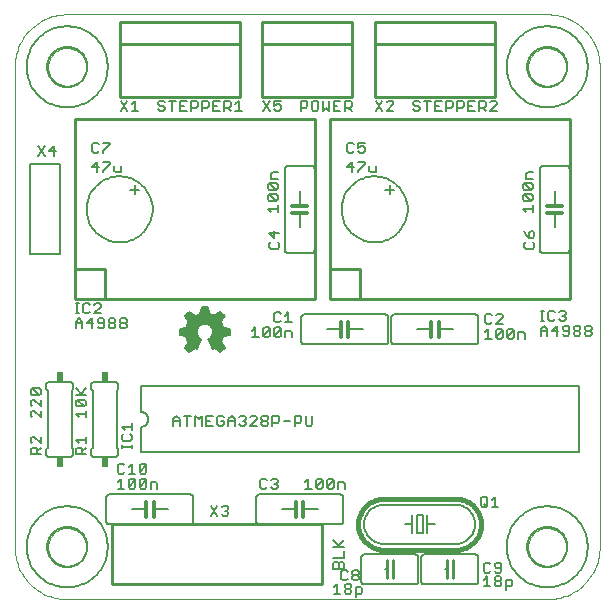
<source format=gto>
G75*
G70*
%OFA0B0*%
%FSLAX24Y24*%
%IPPOS*%
%LPD*%
%AMOC8*
5,1,8,0,0,1.08239X$1,22.5*
%
%ADD10C,0.0000*%
%ADD11C,0.0060*%
%ADD12C,0.0100*%
%ADD13C,0.0120*%
%ADD14R,0.0240X0.0340*%
%ADD15C,0.0160*%
%ADD16C,0.0080*%
%ADD17C,0.0050*%
D10*
X000665Y002415D02*
X000665Y018415D01*
X001785Y018415D02*
X001787Y018465D01*
X001793Y018515D01*
X001803Y018564D01*
X001817Y018612D01*
X001834Y018659D01*
X001855Y018704D01*
X001880Y018748D01*
X001908Y018789D01*
X001940Y018828D01*
X001974Y018865D01*
X002011Y018899D01*
X002051Y018929D01*
X002093Y018956D01*
X002137Y018980D01*
X002183Y019001D01*
X002230Y019017D01*
X002278Y019030D01*
X002328Y019039D01*
X002377Y019044D01*
X002428Y019045D01*
X002478Y019042D01*
X002527Y019035D01*
X002576Y019024D01*
X002624Y019009D01*
X002670Y018991D01*
X002715Y018969D01*
X002758Y018943D01*
X002799Y018914D01*
X002838Y018882D01*
X002874Y018847D01*
X002906Y018809D01*
X002936Y018769D01*
X002963Y018726D01*
X002986Y018682D01*
X003005Y018636D01*
X003021Y018588D01*
X003033Y018539D01*
X003041Y018490D01*
X003045Y018440D01*
X003045Y018390D01*
X003041Y018340D01*
X003033Y018291D01*
X003021Y018242D01*
X003005Y018194D01*
X002986Y018148D01*
X002963Y018104D01*
X002936Y018061D01*
X002906Y018021D01*
X002874Y017983D01*
X002838Y017948D01*
X002799Y017916D01*
X002758Y017887D01*
X002715Y017861D01*
X002670Y017839D01*
X002624Y017821D01*
X002576Y017806D01*
X002527Y017795D01*
X002478Y017788D01*
X002428Y017785D01*
X002377Y017786D01*
X002328Y017791D01*
X002278Y017800D01*
X002230Y017813D01*
X002183Y017829D01*
X002137Y017850D01*
X002093Y017874D01*
X002051Y017901D01*
X002011Y017931D01*
X001974Y017965D01*
X001940Y018002D01*
X001908Y018041D01*
X001880Y018082D01*
X001855Y018126D01*
X001834Y018171D01*
X001817Y018218D01*
X001803Y018266D01*
X001793Y018315D01*
X001787Y018365D01*
X001785Y018415D01*
X000665Y018415D02*
X000667Y018498D01*
X000673Y018581D01*
X000683Y018664D01*
X000697Y018746D01*
X000714Y018828D01*
X000736Y018908D01*
X000761Y018987D01*
X000790Y019065D01*
X000823Y019142D01*
X000860Y019217D01*
X000899Y019290D01*
X000943Y019361D01*
X000989Y019430D01*
X001039Y019497D01*
X001092Y019561D01*
X001148Y019623D01*
X001207Y019682D01*
X001269Y019738D01*
X001333Y019791D01*
X001400Y019841D01*
X001469Y019887D01*
X001540Y019931D01*
X001613Y019970D01*
X001688Y020007D01*
X001765Y020040D01*
X001843Y020069D01*
X001922Y020094D01*
X002002Y020116D01*
X002084Y020133D01*
X002166Y020147D01*
X002249Y020157D01*
X002332Y020163D01*
X002415Y020165D01*
X018415Y020165D01*
X017785Y018415D02*
X017787Y018465D01*
X017793Y018515D01*
X017803Y018564D01*
X017817Y018612D01*
X017834Y018659D01*
X017855Y018704D01*
X017880Y018748D01*
X017908Y018789D01*
X017940Y018828D01*
X017974Y018865D01*
X018011Y018899D01*
X018051Y018929D01*
X018093Y018956D01*
X018137Y018980D01*
X018183Y019001D01*
X018230Y019017D01*
X018278Y019030D01*
X018328Y019039D01*
X018377Y019044D01*
X018428Y019045D01*
X018478Y019042D01*
X018527Y019035D01*
X018576Y019024D01*
X018624Y019009D01*
X018670Y018991D01*
X018715Y018969D01*
X018758Y018943D01*
X018799Y018914D01*
X018838Y018882D01*
X018874Y018847D01*
X018906Y018809D01*
X018936Y018769D01*
X018963Y018726D01*
X018986Y018682D01*
X019005Y018636D01*
X019021Y018588D01*
X019033Y018539D01*
X019041Y018490D01*
X019045Y018440D01*
X019045Y018390D01*
X019041Y018340D01*
X019033Y018291D01*
X019021Y018242D01*
X019005Y018194D01*
X018986Y018148D01*
X018963Y018104D01*
X018936Y018061D01*
X018906Y018021D01*
X018874Y017983D01*
X018838Y017948D01*
X018799Y017916D01*
X018758Y017887D01*
X018715Y017861D01*
X018670Y017839D01*
X018624Y017821D01*
X018576Y017806D01*
X018527Y017795D01*
X018478Y017788D01*
X018428Y017785D01*
X018377Y017786D01*
X018328Y017791D01*
X018278Y017800D01*
X018230Y017813D01*
X018183Y017829D01*
X018137Y017850D01*
X018093Y017874D01*
X018051Y017901D01*
X018011Y017931D01*
X017974Y017965D01*
X017940Y018002D01*
X017908Y018041D01*
X017880Y018082D01*
X017855Y018126D01*
X017834Y018171D01*
X017817Y018218D01*
X017803Y018266D01*
X017793Y018315D01*
X017787Y018365D01*
X017785Y018415D01*
X018415Y020165D02*
X018498Y020163D01*
X018581Y020157D01*
X018664Y020147D01*
X018746Y020133D01*
X018828Y020116D01*
X018908Y020094D01*
X018987Y020069D01*
X019065Y020040D01*
X019142Y020007D01*
X019217Y019970D01*
X019290Y019931D01*
X019361Y019887D01*
X019430Y019841D01*
X019497Y019791D01*
X019561Y019738D01*
X019623Y019682D01*
X019682Y019623D01*
X019738Y019561D01*
X019791Y019497D01*
X019841Y019430D01*
X019887Y019361D01*
X019931Y019290D01*
X019970Y019217D01*
X020007Y019142D01*
X020040Y019065D01*
X020069Y018987D01*
X020094Y018908D01*
X020116Y018828D01*
X020133Y018746D01*
X020147Y018664D01*
X020157Y018581D01*
X020163Y018498D01*
X020165Y018415D01*
X020165Y002415D01*
X017785Y002415D02*
X017787Y002465D01*
X017793Y002515D01*
X017803Y002564D01*
X017817Y002612D01*
X017834Y002659D01*
X017855Y002704D01*
X017880Y002748D01*
X017908Y002789D01*
X017940Y002828D01*
X017974Y002865D01*
X018011Y002899D01*
X018051Y002929D01*
X018093Y002956D01*
X018137Y002980D01*
X018183Y003001D01*
X018230Y003017D01*
X018278Y003030D01*
X018328Y003039D01*
X018377Y003044D01*
X018428Y003045D01*
X018478Y003042D01*
X018527Y003035D01*
X018576Y003024D01*
X018624Y003009D01*
X018670Y002991D01*
X018715Y002969D01*
X018758Y002943D01*
X018799Y002914D01*
X018838Y002882D01*
X018874Y002847D01*
X018906Y002809D01*
X018936Y002769D01*
X018963Y002726D01*
X018986Y002682D01*
X019005Y002636D01*
X019021Y002588D01*
X019033Y002539D01*
X019041Y002490D01*
X019045Y002440D01*
X019045Y002390D01*
X019041Y002340D01*
X019033Y002291D01*
X019021Y002242D01*
X019005Y002194D01*
X018986Y002148D01*
X018963Y002104D01*
X018936Y002061D01*
X018906Y002021D01*
X018874Y001983D01*
X018838Y001948D01*
X018799Y001916D01*
X018758Y001887D01*
X018715Y001861D01*
X018670Y001839D01*
X018624Y001821D01*
X018576Y001806D01*
X018527Y001795D01*
X018478Y001788D01*
X018428Y001785D01*
X018377Y001786D01*
X018328Y001791D01*
X018278Y001800D01*
X018230Y001813D01*
X018183Y001829D01*
X018137Y001850D01*
X018093Y001874D01*
X018051Y001901D01*
X018011Y001931D01*
X017974Y001965D01*
X017940Y002002D01*
X017908Y002041D01*
X017880Y002082D01*
X017855Y002126D01*
X017834Y002171D01*
X017817Y002218D01*
X017803Y002266D01*
X017793Y002315D01*
X017787Y002365D01*
X017785Y002415D01*
X018415Y000665D02*
X018498Y000667D01*
X018581Y000673D01*
X018664Y000683D01*
X018746Y000697D01*
X018828Y000714D01*
X018908Y000736D01*
X018987Y000761D01*
X019065Y000790D01*
X019142Y000823D01*
X019217Y000860D01*
X019290Y000899D01*
X019361Y000943D01*
X019430Y000989D01*
X019497Y001039D01*
X019561Y001092D01*
X019623Y001148D01*
X019682Y001207D01*
X019738Y001269D01*
X019791Y001333D01*
X019841Y001400D01*
X019887Y001469D01*
X019931Y001540D01*
X019970Y001613D01*
X020007Y001688D01*
X020040Y001765D01*
X020069Y001843D01*
X020094Y001922D01*
X020116Y002002D01*
X020133Y002084D01*
X020147Y002166D01*
X020157Y002249D01*
X020163Y002332D01*
X020165Y002415D01*
X018415Y000665D02*
X002415Y000665D01*
X001785Y002415D02*
X001787Y002465D01*
X001793Y002515D01*
X001803Y002564D01*
X001817Y002612D01*
X001834Y002659D01*
X001855Y002704D01*
X001880Y002748D01*
X001908Y002789D01*
X001940Y002828D01*
X001974Y002865D01*
X002011Y002899D01*
X002051Y002929D01*
X002093Y002956D01*
X002137Y002980D01*
X002183Y003001D01*
X002230Y003017D01*
X002278Y003030D01*
X002328Y003039D01*
X002377Y003044D01*
X002428Y003045D01*
X002478Y003042D01*
X002527Y003035D01*
X002576Y003024D01*
X002624Y003009D01*
X002670Y002991D01*
X002715Y002969D01*
X002758Y002943D01*
X002799Y002914D01*
X002838Y002882D01*
X002874Y002847D01*
X002906Y002809D01*
X002936Y002769D01*
X002963Y002726D01*
X002986Y002682D01*
X003005Y002636D01*
X003021Y002588D01*
X003033Y002539D01*
X003041Y002490D01*
X003045Y002440D01*
X003045Y002390D01*
X003041Y002340D01*
X003033Y002291D01*
X003021Y002242D01*
X003005Y002194D01*
X002986Y002148D01*
X002963Y002104D01*
X002936Y002061D01*
X002906Y002021D01*
X002874Y001983D01*
X002838Y001948D01*
X002799Y001916D01*
X002758Y001887D01*
X002715Y001861D01*
X002670Y001839D01*
X002624Y001821D01*
X002576Y001806D01*
X002527Y001795D01*
X002478Y001788D01*
X002428Y001785D01*
X002377Y001786D01*
X002328Y001791D01*
X002278Y001800D01*
X002230Y001813D01*
X002183Y001829D01*
X002137Y001850D01*
X002093Y001874D01*
X002051Y001901D01*
X002011Y001931D01*
X001974Y001965D01*
X001940Y002002D01*
X001908Y002041D01*
X001880Y002082D01*
X001855Y002126D01*
X001834Y002171D01*
X001817Y002218D01*
X001803Y002266D01*
X001793Y002315D01*
X001787Y002365D01*
X001785Y002415D01*
X000665Y002415D02*
X000667Y002332D01*
X000673Y002249D01*
X000683Y002166D01*
X000697Y002084D01*
X000714Y002002D01*
X000736Y001922D01*
X000761Y001843D01*
X000790Y001765D01*
X000823Y001688D01*
X000860Y001613D01*
X000899Y001540D01*
X000943Y001469D01*
X000989Y001400D01*
X001039Y001333D01*
X001092Y001269D01*
X001148Y001207D01*
X001207Y001148D01*
X001269Y001092D01*
X001333Y001039D01*
X001400Y000989D01*
X001469Y000943D01*
X001540Y000899D01*
X001613Y000860D01*
X001688Y000823D01*
X001765Y000790D01*
X001843Y000761D01*
X001922Y000736D01*
X002002Y000714D01*
X002084Y000697D01*
X002166Y000683D01*
X002249Y000673D01*
X002332Y000667D01*
X002415Y000665D01*
D11*
X001065Y002415D02*
X001067Y002488D01*
X001073Y002561D01*
X001083Y002633D01*
X001097Y002705D01*
X001114Y002776D01*
X001136Y002846D01*
X001161Y002915D01*
X001190Y002982D01*
X001222Y003047D01*
X001258Y003111D01*
X001298Y003173D01*
X001340Y003232D01*
X001386Y003289D01*
X001435Y003343D01*
X001487Y003395D01*
X001541Y003444D01*
X001598Y003490D01*
X001657Y003532D01*
X001719Y003572D01*
X001783Y003608D01*
X001848Y003640D01*
X001915Y003669D01*
X001984Y003694D01*
X002054Y003716D01*
X002125Y003733D01*
X002197Y003747D01*
X002269Y003757D01*
X002342Y003763D01*
X002415Y003765D01*
X002488Y003763D01*
X002561Y003757D01*
X002633Y003747D01*
X002705Y003733D01*
X002776Y003716D01*
X002846Y003694D01*
X002915Y003669D01*
X002982Y003640D01*
X003047Y003608D01*
X003111Y003572D01*
X003173Y003532D01*
X003232Y003490D01*
X003289Y003444D01*
X003343Y003395D01*
X003395Y003343D01*
X003444Y003289D01*
X003490Y003232D01*
X003532Y003173D01*
X003572Y003111D01*
X003608Y003047D01*
X003640Y002982D01*
X003669Y002915D01*
X003694Y002846D01*
X003716Y002776D01*
X003733Y002705D01*
X003747Y002633D01*
X003757Y002561D01*
X003763Y002488D01*
X003765Y002415D01*
X003763Y002342D01*
X003757Y002269D01*
X003747Y002197D01*
X003733Y002125D01*
X003716Y002054D01*
X003694Y001984D01*
X003669Y001915D01*
X003640Y001848D01*
X003608Y001783D01*
X003572Y001719D01*
X003532Y001657D01*
X003490Y001598D01*
X003444Y001541D01*
X003395Y001487D01*
X003343Y001435D01*
X003289Y001386D01*
X003232Y001340D01*
X003173Y001298D01*
X003111Y001258D01*
X003047Y001222D01*
X002982Y001190D01*
X002915Y001161D01*
X002846Y001136D01*
X002776Y001114D01*
X002705Y001097D01*
X002633Y001083D01*
X002561Y001073D01*
X002488Y001067D01*
X002415Y001065D01*
X002342Y001067D01*
X002269Y001073D01*
X002197Y001083D01*
X002125Y001097D01*
X002054Y001114D01*
X001984Y001136D01*
X001915Y001161D01*
X001848Y001190D01*
X001783Y001222D01*
X001719Y001258D01*
X001657Y001298D01*
X001598Y001340D01*
X001541Y001386D01*
X001487Y001435D01*
X001435Y001487D01*
X001386Y001541D01*
X001340Y001598D01*
X001298Y001657D01*
X001258Y001719D01*
X001222Y001783D01*
X001190Y001848D01*
X001161Y001915D01*
X001136Y001984D01*
X001114Y002054D01*
X001097Y002125D01*
X001083Y002197D01*
X001073Y002269D01*
X001067Y002342D01*
X001065Y002415D01*
X003715Y003265D02*
X003715Y004065D01*
X003717Y004082D01*
X003721Y004099D01*
X003728Y004115D01*
X003738Y004129D01*
X003751Y004142D01*
X003765Y004152D01*
X003781Y004159D01*
X003798Y004163D01*
X003815Y004165D01*
X006515Y004165D01*
X006532Y004163D01*
X006549Y004159D01*
X006565Y004152D01*
X006579Y004142D01*
X006592Y004129D01*
X006602Y004115D01*
X006609Y004099D01*
X006613Y004082D01*
X006615Y004065D01*
X006615Y003265D01*
X006613Y003248D01*
X006609Y003231D01*
X006602Y003215D01*
X006592Y003201D01*
X006579Y003188D01*
X006565Y003178D01*
X006549Y003171D01*
X006532Y003167D01*
X006515Y003165D01*
X003815Y003165D01*
X003798Y003167D01*
X003781Y003171D01*
X003765Y003178D01*
X003751Y003188D01*
X003738Y003201D01*
X003728Y003215D01*
X003721Y003231D01*
X003717Y003248D01*
X003715Y003265D01*
X004565Y003665D02*
X005045Y003665D01*
X005295Y003665D02*
X005765Y003665D01*
X005427Y004345D02*
X005427Y004515D01*
X005370Y004572D01*
X005200Y004572D01*
X005200Y004345D01*
X005059Y004402D02*
X005002Y004345D01*
X004889Y004345D01*
X004832Y004402D01*
X005059Y004629D01*
X005059Y004402D01*
X005059Y004629D02*
X005002Y004685D01*
X004889Y004685D01*
X004832Y004629D01*
X004832Y004402D01*
X004690Y004402D02*
X004634Y004345D01*
X004520Y004345D01*
X004464Y004402D01*
X004690Y004629D01*
X004690Y004402D01*
X004464Y004402D02*
X004464Y004629D01*
X004520Y004685D01*
X004634Y004685D01*
X004690Y004629D01*
X004690Y004845D02*
X004464Y004845D01*
X004577Y004845D02*
X004577Y005185D01*
X004464Y005072D01*
X004322Y005129D02*
X004265Y005185D01*
X004152Y005185D01*
X004095Y005129D01*
X004095Y004902D01*
X004152Y004845D01*
X004265Y004845D01*
X004322Y004902D01*
X004209Y004685D02*
X004209Y004345D01*
X004322Y004345D02*
X004095Y004345D01*
X004095Y004572D02*
X004209Y004685D01*
X004832Y004902D02*
X005059Y005129D01*
X005059Y004902D01*
X005002Y004845D01*
X004889Y004845D01*
X004832Y004902D01*
X004832Y005129D01*
X004889Y005185D01*
X005002Y005185D01*
X005059Y005129D01*
X004865Y005565D02*
X019465Y005565D01*
X019465Y007765D01*
X004865Y007765D01*
X004865Y006915D01*
X004895Y006913D01*
X004925Y006908D01*
X004954Y006899D01*
X004981Y006886D01*
X005007Y006871D01*
X005031Y006852D01*
X005052Y006831D01*
X005071Y006807D01*
X005086Y006781D01*
X005099Y006754D01*
X005108Y006725D01*
X005113Y006695D01*
X005115Y006665D01*
X005113Y006635D01*
X005108Y006605D01*
X005099Y006576D01*
X005086Y006549D01*
X005071Y006523D01*
X005052Y006499D01*
X005031Y006478D01*
X005007Y006459D01*
X004981Y006444D01*
X004954Y006431D01*
X004925Y006422D01*
X004895Y006417D01*
X004865Y006415D01*
X004865Y005565D01*
X004575Y005695D02*
X004575Y005809D01*
X004575Y005752D02*
X004235Y005752D01*
X004235Y005695D02*
X004235Y005809D01*
X004292Y005941D02*
X004519Y005941D01*
X004575Y005997D01*
X004575Y006111D01*
X004519Y006168D01*
X004575Y006309D02*
X004575Y006536D01*
X004575Y006422D02*
X004235Y006422D01*
X004348Y006309D01*
X004292Y006168D02*
X004235Y006111D01*
X004235Y005997D01*
X004292Y005941D01*
X004065Y005715D02*
X004065Y007615D01*
X004115Y007665D01*
X004115Y007815D01*
X004113Y007832D01*
X004109Y007849D01*
X004102Y007865D01*
X004092Y007879D01*
X004079Y007892D01*
X004065Y007902D01*
X004049Y007909D01*
X004032Y007913D01*
X004015Y007915D01*
X003315Y007915D01*
X003298Y007913D01*
X003281Y007909D01*
X003265Y007902D01*
X003251Y007892D01*
X003238Y007879D01*
X003228Y007865D01*
X003221Y007849D01*
X003217Y007832D01*
X003215Y007815D01*
X003215Y007665D01*
X003265Y007615D01*
X003265Y005715D01*
X003215Y005665D01*
X003215Y005515D01*
X003217Y005498D01*
X003221Y005481D01*
X003228Y005465D01*
X003238Y005451D01*
X003251Y005438D01*
X003265Y005428D01*
X003281Y005421D01*
X003298Y005417D01*
X003315Y005415D01*
X004015Y005415D01*
X004032Y005417D01*
X004049Y005421D01*
X004065Y005428D01*
X004079Y005438D01*
X004092Y005451D01*
X004102Y005465D01*
X004109Y005481D01*
X004113Y005498D01*
X004115Y005515D01*
X004115Y005665D01*
X004065Y005715D01*
X003035Y005722D02*
X002922Y005609D01*
X002922Y005665D02*
X002922Y005495D01*
X003035Y005495D02*
X002695Y005495D01*
X002695Y005665D01*
X002752Y005722D01*
X002865Y005722D01*
X002922Y005665D01*
X003035Y005864D02*
X003035Y006090D01*
X003035Y005977D02*
X002695Y005977D01*
X002808Y005864D01*
X002615Y005665D02*
X002565Y005715D01*
X002565Y007615D01*
X002615Y007665D01*
X002615Y007815D01*
X002613Y007832D01*
X002609Y007849D01*
X002602Y007865D01*
X002592Y007879D01*
X002579Y007892D01*
X002565Y007902D01*
X002549Y007909D01*
X002532Y007913D01*
X002515Y007915D01*
X001815Y007915D01*
X001798Y007913D01*
X001781Y007909D01*
X001765Y007902D01*
X001751Y007892D01*
X001738Y007879D01*
X001728Y007865D01*
X001721Y007849D01*
X001717Y007832D01*
X001715Y007815D01*
X001715Y007665D01*
X001765Y007615D01*
X001765Y005715D01*
X001715Y005665D01*
X001715Y005515D01*
X001717Y005498D01*
X001721Y005481D01*
X001728Y005465D01*
X001738Y005451D01*
X001751Y005438D01*
X001765Y005428D01*
X001781Y005421D01*
X001798Y005417D01*
X001815Y005415D01*
X002515Y005415D01*
X002532Y005417D01*
X002549Y005421D01*
X002565Y005428D01*
X002579Y005438D01*
X002592Y005451D01*
X002602Y005465D01*
X002609Y005481D01*
X002613Y005498D01*
X002615Y005515D01*
X002615Y005665D01*
X001535Y005722D02*
X001422Y005609D01*
X001422Y005665D02*
X001422Y005495D01*
X001535Y005495D02*
X001195Y005495D01*
X001195Y005665D01*
X001252Y005722D01*
X001365Y005722D01*
X001422Y005665D01*
X001535Y005864D02*
X001308Y006090D01*
X001252Y006090D01*
X001195Y006034D01*
X001195Y005920D01*
X001252Y005864D01*
X001535Y005864D02*
X001535Y006090D01*
X001535Y006730D02*
X001308Y006957D01*
X001252Y006957D01*
X001195Y006900D01*
X001195Y006787D01*
X001252Y006730D01*
X001535Y006730D02*
X001535Y006957D01*
X001535Y007099D02*
X001308Y007325D01*
X001252Y007325D01*
X001195Y007269D01*
X001195Y007155D01*
X001252Y007099D01*
X001535Y007099D02*
X001535Y007325D01*
X001479Y007467D02*
X001252Y007694D01*
X001479Y007694D01*
X001535Y007637D01*
X001535Y007524D01*
X001479Y007467D01*
X001252Y007467D01*
X001195Y007524D01*
X001195Y007637D01*
X001252Y007694D01*
X002695Y007694D02*
X002922Y007467D01*
X002865Y007524D02*
X003035Y007694D01*
X003035Y007467D02*
X002695Y007467D01*
X002752Y007325D02*
X002695Y007269D01*
X002695Y007155D01*
X002752Y007099D01*
X002979Y007099D01*
X002752Y007325D01*
X002979Y007325D01*
X003035Y007269D01*
X003035Y007155D01*
X002979Y007099D01*
X003035Y006957D02*
X003035Y006730D01*
X003035Y006844D02*
X002695Y006844D01*
X002808Y006730D01*
X002695Y009695D02*
X002695Y009922D01*
X002809Y010035D01*
X002922Y009922D01*
X002922Y009695D01*
X002922Y009865D02*
X002695Y009865D01*
X002695Y010195D02*
X002809Y010195D01*
X002752Y010195D02*
X002752Y010535D01*
X002695Y010535D02*
X002809Y010535D01*
X002941Y010479D02*
X002941Y010252D01*
X002997Y010195D01*
X003111Y010195D01*
X003168Y010252D01*
X003309Y010195D02*
X003536Y010422D01*
X003536Y010479D01*
X003479Y010535D01*
X003366Y010535D01*
X003309Y010479D01*
X003168Y010479D02*
X003111Y010535D01*
X002997Y010535D01*
X002941Y010479D01*
X003309Y010195D02*
X003536Y010195D01*
X003489Y010035D02*
X003432Y009979D01*
X003432Y009922D01*
X003489Y009865D01*
X003659Y009865D01*
X003659Y009752D02*
X003659Y009979D01*
X003602Y010035D01*
X003489Y010035D01*
X003234Y010035D02*
X003064Y009865D01*
X003290Y009865D01*
X003234Y009695D02*
X003234Y010035D01*
X003432Y009752D02*
X003489Y009695D01*
X003602Y009695D01*
X003659Y009752D01*
X003800Y009752D02*
X003800Y009809D01*
X003857Y009865D01*
X003970Y009865D01*
X004027Y009809D01*
X004027Y009752D01*
X003970Y009695D01*
X003857Y009695D01*
X003800Y009752D01*
X003857Y009865D02*
X003800Y009922D01*
X003800Y009979D01*
X003857Y010035D01*
X003970Y010035D01*
X004027Y009979D01*
X004027Y009922D01*
X003970Y009865D01*
X004168Y009809D02*
X004168Y009752D01*
X004225Y009695D01*
X004339Y009695D01*
X004395Y009752D01*
X004395Y009809D01*
X004339Y009865D01*
X004225Y009865D01*
X004168Y009922D01*
X004168Y009979D01*
X004225Y010035D01*
X004339Y010035D01*
X004395Y009979D01*
X004395Y009922D01*
X004339Y009865D01*
X004225Y009865D02*
X004168Y009809D01*
X006165Y009675D02*
X006165Y009475D01*
X006385Y009435D01*
X006423Y009447D02*
X006715Y009447D01*
X006715Y009415D02*
X006865Y009315D01*
X006715Y009065D01*
X006665Y009065D01*
X006515Y008965D01*
X006415Y009065D01*
X006515Y009215D01*
X006415Y009465D01*
X006215Y009515D01*
X006215Y009665D01*
X006415Y009665D01*
X006515Y009915D01*
X007515Y009915D01*
X007615Y009665D01*
X007815Y009665D01*
X007815Y009515D01*
X007565Y009465D01*
X007515Y009215D01*
X007615Y009065D01*
X007515Y008965D01*
X007365Y009065D01*
X007265Y009015D01*
X007165Y009315D01*
X007315Y009515D01*
X007265Y009765D01*
X007065Y009865D01*
X006865Y009865D01*
X006715Y009715D01*
X006715Y009415D01*
X006756Y009388D02*
X006446Y009388D01*
X006469Y009330D02*
X006844Y009330D01*
X006885Y009335D02*
X006735Y008995D01*
X006665Y009035D01*
X006485Y008915D01*
X006345Y009055D01*
X006465Y009235D01*
X006493Y009271D02*
X006839Y009271D01*
X006804Y009213D02*
X006513Y009213D01*
X006474Y009154D02*
X006768Y009154D01*
X006733Y009095D02*
X006435Y009095D01*
X006444Y009037D02*
X006623Y009037D01*
X006535Y008978D02*
X006502Y008978D01*
X006715Y009505D02*
X006255Y009505D01*
X006215Y009564D02*
X006715Y009564D01*
X006715Y009622D02*
X006215Y009622D01*
X006165Y009675D02*
X006395Y009715D01*
X006421Y009681D02*
X006715Y009681D01*
X006739Y009739D02*
X006445Y009739D01*
X006468Y009798D02*
X006798Y009798D01*
X006856Y009856D02*
X006492Y009856D01*
X006475Y009905D02*
X006345Y010095D01*
X006485Y010235D01*
X006675Y010105D01*
X006640Y010091D02*
X006384Y010091D01*
X006365Y010115D02*
X006515Y010215D01*
X006665Y010065D01*
X006865Y010165D01*
X006915Y010365D01*
X007065Y010365D01*
X007115Y010165D01*
X007315Y010065D01*
X007515Y010215D01*
X007615Y010115D01*
X007515Y009915D01*
X007525Y009905D02*
X007665Y010095D01*
X007525Y010235D01*
X007325Y010105D01*
X007349Y010091D02*
X007603Y010091D01*
X007581Y010149D02*
X007427Y010149D01*
X007505Y010208D02*
X007523Y010208D01*
X007574Y010032D02*
X006428Y010032D01*
X006471Y009974D02*
X007544Y009974D01*
X007539Y009856D02*
X007083Y009856D01*
X007200Y009798D02*
X007562Y009798D01*
X007586Y009739D02*
X007270Y009739D01*
X007282Y009681D02*
X007609Y009681D01*
X007615Y009715D02*
X007835Y009675D01*
X007835Y009475D01*
X007615Y009435D01*
X007561Y009447D02*
X007264Y009447D01*
X007308Y009505D02*
X007765Y009505D01*
X007815Y009564D02*
X007306Y009564D01*
X007294Y009622D02*
X007815Y009622D01*
X007550Y009388D02*
X007220Y009388D01*
X007176Y009330D02*
X007538Y009330D01*
X007526Y009271D02*
X007180Y009271D01*
X007199Y009213D02*
X007517Y009213D01*
X007535Y009235D02*
X007665Y009055D01*
X007525Y008915D01*
X007345Y009035D01*
X007265Y008995D01*
X007125Y009335D01*
X007219Y009154D02*
X007556Y009154D01*
X007595Y009095D02*
X007238Y009095D01*
X007258Y009037D02*
X007309Y009037D01*
X007408Y009037D02*
X007587Y009037D01*
X007528Y008978D02*
X007495Y008978D01*
X007617Y009716D02*
X007605Y009756D01*
X007590Y009795D01*
X007572Y009833D01*
X007552Y009869D01*
X007530Y009904D01*
X007264Y010091D02*
X006716Y010091D01*
X006833Y010149D02*
X007147Y010149D01*
X007145Y010175D02*
X007095Y010415D01*
X006905Y010415D01*
X006855Y010175D01*
X006876Y010208D02*
X007105Y010208D01*
X007090Y010266D02*
X006890Y010266D01*
X006905Y010325D02*
X007075Y010325D01*
X006581Y010149D02*
X006416Y010149D01*
X006365Y010115D02*
X006515Y009915D01*
X006504Y010208D02*
X006523Y010208D01*
X006387Y009419D02*
X006402Y009372D01*
X006420Y009326D01*
X006442Y009282D01*
X006467Y009240D01*
X006678Y010101D02*
X006720Y010124D01*
X006763Y010143D01*
X006808Y010160D01*
X006854Y010172D01*
X006885Y009335D02*
X006857Y009351D01*
X006830Y009370D01*
X006807Y009392D01*
X006786Y009417D01*
X006768Y009445D01*
X006753Y009474D01*
X006743Y009505D01*
X006735Y009536D01*
X006732Y009569D01*
X006733Y009601D01*
X006737Y009634D01*
X006746Y009665D01*
X006758Y009695D01*
X006773Y009724D01*
X006792Y009751D01*
X006814Y009775D01*
X006838Y009796D01*
X006865Y009815D01*
X006894Y009830D01*
X006925Y009841D01*
X006956Y009849D01*
X006989Y009853D01*
X007021Y009853D01*
X007054Y009849D01*
X007085Y009841D01*
X007116Y009830D01*
X007145Y009815D01*
X007172Y009796D01*
X007196Y009775D01*
X007218Y009751D01*
X007237Y009724D01*
X007252Y009695D01*
X007264Y009665D01*
X007273Y009634D01*
X007277Y009601D01*
X007278Y009569D01*
X007275Y009536D01*
X007267Y009505D01*
X007257Y009474D01*
X007242Y009445D01*
X007224Y009417D01*
X007203Y009392D01*
X007180Y009370D01*
X007153Y009351D01*
X007125Y009335D01*
X006393Y009717D02*
X006404Y009757D01*
X006418Y009796D01*
X006434Y009833D01*
X006453Y009870D01*
X006474Y009905D01*
X007614Y009436D02*
X007604Y009394D01*
X007591Y009353D01*
X007575Y009313D01*
X007556Y009274D01*
X007534Y009237D01*
X007325Y010105D02*
X007282Y010128D01*
X007238Y010148D01*
X007192Y010164D01*
X007146Y010176D01*
X008572Y009622D02*
X008685Y009735D01*
X008685Y009395D01*
X008572Y009395D02*
X008799Y009395D01*
X008940Y009452D02*
X009167Y009679D01*
X009167Y009452D01*
X009110Y009395D01*
X008997Y009395D01*
X008940Y009452D01*
X008940Y009679D01*
X008997Y009735D01*
X009110Y009735D01*
X009167Y009679D01*
X009309Y009679D02*
X009365Y009735D01*
X009479Y009735D01*
X009535Y009679D01*
X009309Y009452D01*
X009365Y009395D01*
X009479Y009395D01*
X009535Y009452D01*
X009535Y009679D01*
X009677Y009622D02*
X009677Y009395D01*
X009904Y009395D02*
X009904Y009565D01*
X009847Y009622D01*
X009677Y009622D01*
X009677Y009895D02*
X009904Y009895D01*
X009790Y009895D02*
X009790Y010235D01*
X009677Y010122D01*
X009535Y010179D02*
X009479Y010235D01*
X009365Y010235D01*
X009309Y010179D01*
X009309Y009952D01*
X009365Y009895D01*
X009479Y009895D01*
X009535Y009952D01*
X009309Y009679D02*
X009309Y009452D01*
X010215Y009265D02*
X010215Y010065D01*
X010217Y010082D01*
X010221Y010099D01*
X010228Y010115D01*
X010238Y010129D01*
X010251Y010142D01*
X010265Y010152D01*
X010281Y010159D01*
X010298Y010163D01*
X010315Y010165D01*
X013015Y010165D01*
X013032Y010163D01*
X013049Y010159D01*
X013065Y010152D01*
X013079Y010142D01*
X013092Y010129D01*
X013102Y010115D01*
X013109Y010099D01*
X013113Y010082D01*
X013115Y010065D01*
X013115Y009265D01*
X013113Y009248D01*
X013109Y009231D01*
X013102Y009215D01*
X013092Y009201D01*
X013079Y009188D01*
X013065Y009178D01*
X013049Y009171D01*
X013032Y009167D01*
X013015Y009165D01*
X010315Y009165D01*
X010298Y009167D01*
X010281Y009171D01*
X010265Y009178D01*
X010251Y009188D01*
X010238Y009201D01*
X010228Y009215D01*
X010221Y009231D01*
X010217Y009248D01*
X010215Y009265D01*
X011065Y009665D02*
X011535Y009665D01*
X011785Y009665D02*
X012265Y009665D01*
X013215Y010065D02*
X013215Y009265D01*
X013217Y009248D01*
X013221Y009231D01*
X013228Y009215D01*
X013238Y009201D01*
X013251Y009188D01*
X013265Y009178D01*
X013281Y009171D01*
X013298Y009167D01*
X013315Y009165D01*
X016015Y009165D01*
X016032Y009167D01*
X016049Y009171D01*
X016065Y009178D01*
X016079Y009188D01*
X016092Y009201D01*
X016102Y009215D01*
X016109Y009231D01*
X016113Y009248D01*
X016115Y009265D01*
X016115Y010065D01*
X016113Y010082D01*
X016109Y010099D01*
X016102Y010115D01*
X016092Y010129D01*
X016079Y010142D01*
X016065Y010152D01*
X016049Y010159D01*
X016032Y010163D01*
X016015Y010165D01*
X013315Y010165D01*
X013298Y010163D01*
X013281Y010159D01*
X013265Y010152D01*
X013251Y010142D01*
X013238Y010129D01*
X013228Y010115D01*
X013221Y010099D01*
X013217Y010082D01*
X013215Y010065D01*
X014065Y009665D02*
X014545Y009665D01*
X014795Y009665D02*
X015265Y009665D01*
X016345Y009572D02*
X016459Y009685D01*
X016459Y009345D01*
X016572Y009345D02*
X016345Y009345D01*
X016714Y009402D02*
X016714Y009629D01*
X016770Y009685D01*
X016884Y009685D01*
X016940Y009629D01*
X016714Y009402D01*
X016770Y009345D01*
X016884Y009345D01*
X016940Y009402D01*
X016940Y009629D01*
X017082Y009629D02*
X017082Y009402D01*
X017309Y009629D01*
X017309Y009402D01*
X017252Y009345D01*
X017139Y009345D01*
X017082Y009402D01*
X017082Y009629D02*
X017139Y009685D01*
X017252Y009685D01*
X017309Y009629D01*
X017450Y009572D02*
X017620Y009572D01*
X017677Y009515D01*
X017677Y009345D01*
X017450Y009345D02*
X017450Y009572D01*
X016940Y009845D02*
X016714Y009845D01*
X016940Y010072D01*
X016940Y010129D01*
X016884Y010185D01*
X016770Y010185D01*
X016714Y010129D01*
X016572Y010129D02*
X016515Y010185D01*
X016402Y010185D01*
X016345Y010129D01*
X016345Y009902D01*
X016402Y009845D01*
X016515Y009845D01*
X016572Y009902D01*
X018195Y009945D02*
X018309Y009945D01*
X018252Y009945D02*
X018252Y010285D01*
X018195Y010285D02*
X018309Y010285D01*
X018441Y010229D02*
X018441Y010002D01*
X018497Y009945D01*
X018611Y009945D01*
X018668Y010002D01*
X018809Y010002D02*
X018866Y009945D01*
X018979Y009945D01*
X019036Y010002D01*
X019036Y010059D01*
X018979Y010115D01*
X018922Y010115D01*
X018979Y010115D02*
X019036Y010172D01*
X019036Y010229D01*
X018979Y010285D01*
X018866Y010285D01*
X018809Y010229D01*
X018668Y010229D02*
X018611Y010285D01*
X018497Y010285D01*
X018441Y010229D01*
X018309Y009785D02*
X018422Y009672D01*
X018422Y009445D01*
X018422Y009615D02*
X018195Y009615D01*
X018195Y009672D02*
X018309Y009785D01*
X018195Y009672D02*
X018195Y009445D01*
X018564Y009615D02*
X018790Y009615D01*
X018932Y009672D02*
X018989Y009615D01*
X019159Y009615D01*
X019159Y009502D02*
X019159Y009729D01*
X019102Y009785D01*
X018989Y009785D01*
X018932Y009729D01*
X018932Y009672D01*
X018932Y009502D02*
X018989Y009445D01*
X019102Y009445D01*
X019159Y009502D01*
X019300Y009502D02*
X019300Y009559D01*
X019357Y009615D01*
X019470Y009615D01*
X019527Y009559D01*
X019527Y009502D01*
X019470Y009445D01*
X019357Y009445D01*
X019300Y009502D01*
X019357Y009615D02*
X019300Y009672D01*
X019300Y009729D01*
X019357Y009785D01*
X019470Y009785D01*
X019527Y009729D01*
X019527Y009672D01*
X019470Y009615D01*
X019668Y009559D02*
X019725Y009615D01*
X019839Y009615D01*
X019895Y009559D01*
X019895Y009502D01*
X019839Y009445D01*
X019725Y009445D01*
X019668Y009502D01*
X019668Y009559D01*
X019725Y009615D02*
X019668Y009672D01*
X019668Y009729D01*
X019725Y009785D01*
X019839Y009785D01*
X019895Y009729D01*
X019895Y009672D01*
X019839Y009615D01*
X018734Y009445D02*
X018734Y009785D01*
X018564Y009615D01*
X018265Y012215D02*
X019065Y012215D01*
X019082Y012217D01*
X019099Y012221D01*
X019115Y012228D01*
X019129Y012238D01*
X019142Y012251D01*
X019152Y012265D01*
X019159Y012281D01*
X019163Y012298D01*
X019165Y012315D01*
X019165Y015015D01*
X019163Y015032D01*
X019159Y015049D01*
X019152Y015065D01*
X019142Y015079D01*
X019129Y015092D01*
X019115Y015102D01*
X019099Y015109D01*
X019082Y015113D01*
X019065Y015115D01*
X018265Y015115D01*
X018248Y015113D01*
X018231Y015109D01*
X018215Y015102D01*
X018201Y015092D01*
X018188Y015079D01*
X018178Y015065D01*
X018171Y015049D01*
X018167Y015032D01*
X018165Y015015D01*
X018165Y012315D01*
X018167Y012298D01*
X018171Y012281D01*
X018178Y012265D01*
X018188Y012251D01*
X018201Y012238D01*
X018215Y012228D01*
X018231Y012221D01*
X018248Y012217D01*
X018265Y012215D01*
X017985Y012402D02*
X017985Y012515D01*
X017929Y012572D01*
X017929Y012714D02*
X017815Y012714D01*
X017815Y012884D01*
X017872Y012940D01*
X017929Y012940D01*
X017985Y012884D01*
X017985Y012770D01*
X017929Y012714D01*
X017815Y012714D02*
X017702Y012827D01*
X017645Y012940D01*
X017702Y012572D02*
X017645Y012515D01*
X017645Y012402D01*
X017702Y012345D01*
X017929Y012345D01*
X017985Y012402D01*
X018665Y013065D02*
X018665Y013535D01*
X018665Y013785D02*
X018665Y014265D01*
X017935Y014365D02*
X017879Y014309D01*
X017652Y014535D01*
X017879Y014535D01*
X017935Y014479D01*
X017935Y014365D01*
X017879Y014309D02*
X017652Y014309D01*
X017595Y014365D01*
X017595Y014479D01*
X017652Y014535D01*
X017708Y014677D02*
X017708Y014847D01*
X017765Y014904D01*
X017935Y014904D01*
X017935Y014677D02*
X017708Y014677D01*
X017652Y014167D02*
X017879Y013940D01*
X017935Y013997D01*
X017935Y014110D01*
X017879Y014167D01*
X017652Y014167D01*
X017595Y014110D01*
X017595Y013997D01*
X017652Y013940D01*
X017879Y013940D01*
X017935Y013799D02*
X017935Y013572D01*
X017935Y013685D02*
X017595Y013685D01*
X017708Y013572D01*
X016750Y016945D02*
X016523Y016945D01*
X016750Y017172D01*
X016750Y017229D01*
X016693Y017285D01*
X016580Y017285D01*
X016523Y017229D01*
X016382Y017229D02*
X016382Y017115D01*
X016325Y017059D01*
X016155Y017059D01*
X016268Y017059D02*
X016382Y016945D01*
X016155Y016945D02*
X016155Y017285D01*
X016325Y017285D01*
X016382Y017229D01*
X016014Y017285D02*
X015787Y017285D01*
X015787Y016945D01*
X016014Y016945D01*
X015900Y017115D02*
X015787Y017115D01*
X015645Y017115D02*
X015589Y017059D01*
X015418Y017059D01*
X015418Y016945D02*
X015418Y017285D01*
X015589Y017285D01*
X015645Y017229D01*
X015645Y017115D01*
X015277Y017115D02*
X015220Y017059D01*
X015050Y017059D01*
X015050Y016945D02*
X015050Y017285D01*
X015220Y017285D01*
X015277Y017229D01*
X015277Y017115D01*
X014909Y016945D02*
X014682Y016945D01*
X014682Y017285D01*
X014909Y017285D01*
X014795Y017115D02*
X014682Y017115D01*
X014540Y017285D02*
X014314Y017285D01*
X014427Y017285D02*
X014427Y016945D01*
X014172Y017002D02*
X014115Y016945D01*
X014002Y016945D01*
X013945Y017002D01*
X014002Y017115D02*
X013945Y017172D01*
X013945Y017229D01*
X014002Y017285D01*
X014115Y017285D01*
X014172Y017229D01*
X014115Y017115D02*
X014172Y017059D01*
X014172Y017002D01*
X014115Y017115D02*
X014002Y017115D01*
X013290Y017172D02*
X013290Y017229D01*
X013234Y017285D01*
X013120Y017285D01*
X013064Y017229D01*
X012922Y017285D02*
X012695Y016945D01*
X012922Y016945D02*
X012695Y017285D01*
X013064Y016945D02*
X013290Y017172D01*
X013290Y016945D02*
X013064Y016945D01*
X011895Y016945D02*
X011782Y017059D01*
X011839Y017059D02*
X011668Y017059D01*
X011668Y016945D02*
X011668Y017285D01*
X011839Y017285D01*
X011895Y017229D01*
X011895Y017115D01*
X011839Y017059D01*
X011527Y016945D02*
X011300Y016945D01*
X011300Y017285D01*
X011527Y017285D01*
X011414Y017115D02*
X011300Y017115D01*
X011159Y016945D02*
X011159Y017285D01*
X010932Y017285D02*
X010932Y016945D01*
X011045Y017059D01*
X011159Y016945D01*
X010790Y017002D02*
X010790Y017229D01*
X010734Y017285D01*
X010620Y017285D01*
X010564Y017229D01*
X010564Y017002D01*
X010620Y016945D01*
X010734Y016945D01*
X010790Y017002D01*
X010422Y017115D02*
X010365Y017059D01*
X010195Y017059D01*
X010195Y016945D02*
X010195Y017285D01*
X010365Y017285D01*
X010422Y017229D01*
X010422Y017115D01*
X009540Y017115D02*
X009540Y017002D01*
X009484Y016945D01*
X009370Y016945D01*
X009314Y017002D01*
X009314Y017115D02*
X009427Y017172D01*
X009484Y017172D01*
X009540Y017115D01*
X009540Y017285D02*
X009314Y017285D01*
X009314Y017115D01*
X009172Y016945D02*
X008945Y017285D01*
X009172Y017285D02*
X008945Y016945D01*
X008250Y016945D02*
X008023Y016945D01*
X008137Y016945D02*
X008137Y017285D01*
X008023Y017172D01*
X007882Y017115D02*
X007825Y017059D01*
X007655Y017059D01*
X007768Y017059D02*
X007882Y016945D01*
X007882Y017115D02*
X007882Y017229D01*
X007825Y017285D01*
X007655Y017285D01*
X007655Y016945D01*
X007514Y016945D02*
X007287Y016945D01*
X007287Y017285D01*
X007514Y017285D01*
X007400Y017115D02*
X007287Y017115D01*
X007145Y017115D02*
X007089Y017059D01*
X006918Y017059D01*
X006918Y016945D02*
X006918Y017285D01*
X007089Y017285D01*
X007145Y017229D01*
X007145Y017115D01*
X006777Y017115D02*
X006720Y017059D01*
X006550Y017059D01*
X006550Y016945D02*
X006550Y017285D01*
X006720Y017285D01*
X006777Y017229D01*
X006777Y017115D01*
X006409Y016945D02*
X006182Y016945D01*
X006182Y017285D01*
X006409Y017285D01*
X006295Y017115D02*
X006182Y017115D01*
X006040Y017285D02*
X005814Y017285D01*
X005927Y017285D02*
X005927Y016945D01*
X005672Y017002D02*
X005615Y016945D01*
X005502Y016945D01*
X005445Y017002D01*
X005502Y017115D02*
X005615Y017115D01*
X005672Y017059D01*
X005672Y017002D01*
X005502Y017115D02*
X005445Y017172D01*
X005445Y017229D01*
X005502Y017285D01*
X005615Y017285D01*
X005672Y017229D01*
X004790Y016945D02*
X004564Y016945D01*
X004677Y016945D02*
X004677Y017285D01*
X004564Y017172D01*
X004422Y017285D02*
X004195Y016945D01*
X004422Y016945D02*
X004195Y017285D01*
X003840Y015885D02*
X003614Y015885D01*
X003472Y015829D02*
X003415Y015885D01*
X003302Y015885D01*
X003245Y015829D01*
X003245Y015602D01*
X003302Y015545D01*
X003415Y015545D01*
X003472Y015602D01*
X003614Y015602D02*
X003614Y015545D01*
X003614Y015602D02*
X003840Y015829D01*
X003840Y015885D01*
X003840Y015235D02*
X003614Y015235D01*
X003415Y015235D02*
X003245Y015065D01*
X003472Y015065D01*
X003415Y014895D02*
X003415Y015235D01*
X003614Y014952D02*
X003614Y014895D01*
X003614Y014952D02*
X003840Y015179D01*
X003840Y015235D01*
X003982Y015122D02*
X003982Y014952D01*
X004039Y014895D01*
X004209Y014895D01*
X004209Y015122D01*
X004665Y014465D02*
X004665Y014315D01*
X004815Y014315D01*
X004665Y014315D02*
X004665Y014165D01*
X004665Y014315D02*
X004515Y014315D01*
X003065Y013665D02*
X003067Y013731D01*
X003073Y013796D01*
X003083Y013861D01*
X003096Y013926D01*
X003114Y013989D01*
X003135Y014052D01*
X003160Y014112D01*
X003189Y014172D01*
X003221Y014229D01*
X003256Y014285D01*
X003295Y014338D01*
X003337Y014389D01*
X003381Y014437D01*
X003429Y014482D01*
X003479Y014525D01*
X003532Y014564D01*
X003587Y014601D01*
X003644Y014634D01*
X003703Y014663D01*
X003763Y014689D01*
X003825Y014711D01*
X003888Y014730D01*
X003952Y014744D01*
X004017Y014755D01*
X004083Y014762D01*
X004149Y014765D01*
X004214Y014764D01*
X004280Y014759D01*
X004345Y014750D01*
X004410Y014737D01*
X004473Y014721D01*
X004536Y014701D01*
X004597Y014676D01*
X004657Y014649D01*
X004715Y014618D01*
X004771Y014583D01*
X004825Y014545D01*
X004876Y014504D01*
X004925Y014460D01*
X004971Y014413D01*
X005015Y014364D01*
X005055Y014312D01*
X005092Y014257D01*
X005126Y014201D01*
X005156Y014142D01*
X005183Y014082D01*
X005206Y014021D01*
X005225Y013958D01*
X005241Y013894D01*
X005253Y013829D01*
X005261Y013764D01*
X005265Y013698D01*
X005265Y013632D01*
X005261Y013566D01*
X005253Y013501D01*
X005241Y013436D01*
X005225Y013372D01*
X005206Y013309D01*
X005183Y013248D01*
X005156Y013188D01*
X005126Y013129D01*
X005092Y013073D01*
X005055Y013018D01*
X005015Y012966D01*
X004971Y012917D01*
X004925Y012870D01*
X004876Y012826D01*
X004825Y012785D01*
X004771Y012747D01*
X004715Y012712D01*
X004657Y012681D01*
X004597Y012654D01*
X004536Y012629D01*
X004473Y012609D01*
X004410Y012593D01*
X004345Y012580D01*
X004280Y012571D01*
X004214Y012566D01*
X004149Y012565D01*
X004083Y012568D01*
X004017Y012575D01*
X003952Y012586D01*
X003888Y012600D01*
X003825Y012619D01*
X003763Y012641D01*
X003703Y012667D01*
X003644Y012696D01*
X003587Y012729D01*
X003532Y012766D01*
X003479Y012805D01*
X003429Y012848D01*
X003381Y012893D01*
X003337Y012941D01*
X003295Y012992D01*
X003256Y013045D01*
X003221Y013101D01*
X003189Y013158D01*
X003160Y013218D01*
X003135Y013278D01*
X003114Y013341D01*
X003096Y013404D01*
X003083Y013469D01*
X003073Y013534D01*
X003067Y013599D01*
X003065Y013665D01*
X001984Y015445D02*
X001984Y015785D01*
X001814Y015615D01*
X002040Y015615D01*
X001672Y015445D02*
X001445Y015785D01*
X001672Y015785D02*
X001445Y015445D01*
X001065Y018415D02*
X001067Y018488D01*
X001073Y018561D01*
X001083Y018633D01*
X001097Y018705D01*
X001114Y018776D01*
X001136Y018846D01*
X001161Y018915D01*
X001190Y018982D01*
X001222Y019047D01*
X001258Y019111D01*
X001298Y019173D01*
X001340Y019232D01*
X001386Y019289D01*
X001435Y019343D01*
X001487Y019395D01*
X001541Y019444D01*
X001598Y019490D01*
X001657Y019532D01*
X001719Y019572D01*
X001783Y019608D01*
X001848Y019640D01*
X001915Y019669D01*
X001984Y019694D01*
X002054Y019716D01*
X002125Y019733D01*
X002197Y019747D01*
X002269Y019757D01*
X002342Y019763D01*
X002415Y019765D01*
X002488Y019763D01*
X002561Y019757D01*
X002633Y019747D01*
X002705Y019733D01*
X002776Y019716D01*
X002846Y019694D01*
X002915Y019669D01*
X002982Y019640D01*
X003047Y019608D01*
X003111Y019572D01*
X003173Y019532D01*
X003232Y019490D01*
X003289Y019444D01*
X003343Y019395D01*
X003395Y019343D01*
X003444Y019289D01*
X003490Y019232D01*
X003532Y019173D01*
X003572Y019111D01*
X003608Y019047D01*
X003640Y018982D01*
X003669Y018915D01*
X003694Y018846D01*
X003716Y018776D01*
X003733Y018705D01*
X003747Y018633D01*
X003757Y018561D01*
X003763Y018488D01*
X003765Y018415D01*
X003763Y018342D01*
X003757Y018269D01*
X003747Y018197D01*
X003733Y018125D01*
X003716Y018054D01*
X003694Y017984D01*
X003669Y017915D01*
X003640Y017848D01*
X003608Y017783D01*
X003572Y017719D01*
X003532Y017657D01*
X003490Y017598D01*
X003444Y017541D01*
X003395Y017487D01*
X003343Y017435D01*
X003289Y017386D01*
X003232Y017340D01*
X003173Y017298D01*
X003111Y017258D01*
X003047Y017222D01*
X002982Y017190D01*
X002915Y017161D01*
X002846Y017136D01*
X002776Y017114D01*
X002705Y017097D01*
X002633Y017083D01*
X002561Y017073D01*
X002488Y017067D01*
X002415Y017065D01*
X002342Y017067D01*
X002269Y017073D01*
X002197Y017083D01*
X002125Y017097D01*
X002054Y017114D01*
X001984Y017136D01*
X001915Y017161D01*
X001848Y017190D01*
X001783Y017222D01*
X001719Y017258D01*
X001657Y017298D01*
X001598Y017340D01*
X001541Y017386D01*
X001487Y017435D01*
X001435Y017487D01*
X001386Y017541D01*
X001340Y017598D01*
X001298Y017657D01*
X001258Y017719D01*
X001222Y017783D01*
X001190Y017848D01*
X001161Y017915D01*
X001136Y017984D01*
X001114Y018054D01*
X001097Y018125D01*
X001083Y018197D01*
X001073Y018269D01*
X001067Y018342D01*
X001065Y018415D01*
X009095Y014479D02*
X009095Y014365D01*
X009152Y014309D01*
X009379Y014309D01*
X009152Y014535D01*
X009379Y014535D01*
X009435Y014479D01*
X009435Y014365D01*
X009379Y014309D01*
X009379Y014167D02*
X009435Y014110D01*
X009435Y013997D01*
X009379Y013940D01*
X009152Y014167D01*
X009379Y014167D01*
X009379Y013940D02*
X009152Y013940D01*
X009095Y013997D01*
X009095Y014110D01*
X009152Y014167D01*
X009095Y014479D02*
X009152Y014535D01*
X009208Y014677D02*
X009208Y014847D01*
X009265Y014904D01*
X009435Y014904D01*
X009435Y014677D02*
X009208Y014677D01*
X009665Y015015D02*
X009665Y012315D01*
X009667Y012298D01*
X009671Y012281D01*
X009678Y012265D01*
X009688Y012251D01*
X009701Y012238D01*
X009715Y012228D01*
X009731Y012221D01*
X009748Y012217D01*
X009765Y012215D01*
X010565Y012215D01*
X010582Y012217D01*
X010599Y012221D01*
X010615Y012228D01*
X010629Y012238D01*
X010642Y012251D01*
X010652Y012265D01*
X010659Y012281D01*
X010663Y012298D01*
X010665Y012315D01*
X010665Y015015D01*
X010663Y015032D01*
X010659Y015049D01*
X010652Y015065D01*
X010642Y015079D01*
X010629Y015092D01*
X010615Y015102D01*
X010599Y015109D01*
X010582Y015113D01*
X010565Y015115D01*
X009765Y015115D01*
X009748Y015113D01*
X009731Y015109D01*
X009715Y015102D01*
X009701Y015092D01*
X009688Y015079D01*
X009678Y015065D01*
X009671Y015049D01*
X009667Y015032D01*
X009665Y015015D01*
X010165Y014265D02*
X010165Y013785D01*
X010165Y013535D02*
X010165Y013065D01*
X009485Y012884D02*
X009145Y012884D01*
X009315Y012714D01*
X009315Y012940D01*
X009202Y012572D02*
X009145Y012515D01*
X009145Y012402D01*
X009202Y012345D01*
X009429Y012345D01*
X009485Y012402D01*
X009485Y012515D01*
X009429Y012572D01*
X009435Y013572D02*
X009435Y013799D01*
X009435Y013685D02*
X009095Y013685D01*
X009208Y013572D01*
X011745Y015065D02*
X011972Y015065D01*
X011915Y014895D02*
X011915Y015235D01*
X011745Y015065D01*
X012114Y014952D02*
X012114Y014895D01*
X012114Y014952D02*
X012340Y015179D01*
X012340Y015235D01*
X012114Y015235D01*
X012170Y015545D02*
X012114Y015602D01*
X012170Y015545D02*
X012284Y015545D01*
X012340Y015602D01*
X012340Y015715D01*
X012284Y015772D01*
X012227Y015772D01*
X012114Y015715D01*
X012114Y015885D01*
X012340Y015885D01*
X011972Y015829D02*
X011915Y015885D01*
X011802Y015885D01*
X011745Y015829D01*
X011745Y015602D01*
X011802Y015545D01*
X011915Y015545D01*
X011972Y015602D01*
X012482Y015122D02*
X012482Y014952D01*
X012539Y014895D01*
X012709Y014895D01*
X012709Y015122D01*
X013165Y014465D02*
X013165Y014315D01*
X013315Y014315D01*
X013165Y014315D02*
X013165Y014165D01*
X013165Y014315D02*
X013015Y014315D01*
X011565Y013665D02*
X011567Y013731D01*
X011573Y013796D01*
X011583Y013861D01*
X011596Y013926D01*
X011614Y013989D01*
X011635Y014052D01*
X011660Y014112D01*
X011689Y014172D01*
X011721Y014229D01*
X011756Y014285D01*
X011795Y014338D01*
X011837Y014389D01*
X011881Y014437D01*
X011929Y014482D01*
X011979Y014525D01*
X012032Y014564D01*
X012087Y014601D01*
X012144Y014634D01*
X012203Y014663D01*
X012263Y014689D01*
X012325Y014711D01*
X012388Y014730D01*
X012452Y014744D01*
X012517Y014755D01*
X012583Y014762D01*
X012649Y014765D01*
X012714Y014764D01*
X012780Y014759D01*
X012845Y014750D01*
X012910Y014737D01*
X012973Y014721D01*
X013036Y014701D01*
X013097Y014676D01*
X013157Y014649D01*
X013215Y014618D01*
X013271Y014583D01*
X013325Y014545D01*
X013376Y014504D01*
X013425Y014460D01*
X013471Y014413D01*
X013515Y014364D01*
X013555Y014312D01*
X013592Y014257D01*
X013626Y014201D01*
X013656Y014142D01*
X013683Y014082D01*
X013706Y014021D01*
X013725Y013958D01*
X013741Y013894D01*
X013753Y013829D01*
X013761Y013764D01*
X013765Y013698D01*
X013765Y013632D01*
X013761Y013566D01*
X013753Y013501D01*
X013741Y013436D01*
X013725Y013372D01*
X013706Y013309D01*
X013683Y013248D01*
X013656Y013188D01*
X013626Y013129D01*
X013592Y013073D01*
X013555Y013018D01*
X013515Y012966D01*
X013471Y012917D01*
X013425Y012870D01*
X013376Y012826D01*
X013325Y012785D01*
X013271Y012747D01*
X013215Y012712D01*
X013157Y012681D01*
X013097Y012654D01*
X013036Y012629D01*
X012973Y012609D01*
X012910Y012593D01*
X012845Y012580D01*
X012780Y012571D01*
X012714Y012566D01*
X012649Y012565D01*
X012583Y012568D01*
X012517Y012575D01*
X012452Y012586D01*
X012388Y012600D01*
X012325Y012619D01*
X012263Y012641D01*
X012203Y012667D01*
X012144Y012696D01*
X012087Y012729D01*
X012032Y012766D01*
X011979Y012805D01*
X011929Y012848D01*
X011881Y012893D01*
X011837Y012941D01*
X011795Y012992D01*
X011756Y013045D01*
X011721Y013101D01*
X011689Y013158D01*
X011660Y013218D01*
X011635Y013278D01*
X011614Y013341D01*
X011596Y013404D01*
X011583Y013469D01*
X011573Y013534D01*
X011567Y013599D01*
X011565Y013665D01*
X010592Y006785D02*
X010592Y006502D01*
X010535Y006445D01*
X010422Y006445D01*
X010365Y006502D01*
X010365Y006785D01*
X010223Y006729D02*
X010223Y006615D01*
X010167Y006559D01*
X009997Y006559D01*
X009997Y006445D02*
X009997Y006785D01*
X010167Y006785D01*
X010223Y006729D01*
X009855Y006615D02*
X009628Y006615D01*
X009487Y006615D02*
X009487Y006729D01*
X009430Y006785D01*
X009260Y006785D01*
X009260Y006445D01*
X009260Y006559D02*
X009430Y006559D01*
X009487Y006615D01*
X009119Y006559D02*
X009119Y006502D01*
X009062Y006445D01*
X008948Y006445D01*
X008892Y006502D01*
X008892Y006559D01*
X008948Y006615D01*
X009062Y006615D01*
X009119Y006559D01*
X009062Y006615D02*
X009119Y006672D01*
X009119Y006729D01*
X009062Y006785D01*
X008948Y006785D01*
X008892Y006729D01*
X008892Y006672D01*
X008948Y006615D01*
X008750Y006672D02*
X008750Y006729D01*
X008693Y006785D01*
X008580Y006785D01*
X008523Y006729D01*
X008382Y006729D02*
X008382Y006672D01*
X008325Y006615D01*
X008382Y006559D01*
X008382Y006502D01*
X008325Y006445D01*
X008212Y006445D01*
X008155Y006502D01*
X008014Y006445D02*
X008014Y006672D01*
X007900Y006785D01*
X007787Y006672D01*
X007787Y006445D01*
X007645Y006502D02*
X007645Y006615D01*
X007532Y006615D01*
X007645Y006502D02*
X007589Y006445D01*
X007475Y006445D01*
X007418Y006502D01*
X007418Y006729D01*
X007475Y006785D01*
X007589Y006785D01*
X007645Y006729D01*
X007787Y006615D02*
X008014Y006615D01*
X008155Y006729D02*
X008212Y006785D01*
X008325Y006785D01*
X008382Y006729D01*
X008325Y006615D02*
X008268Y006615D01*
X008523Y006445D02*
X008750Y006672D01*
X008750Y006445D02*
X008523Y006445D01*
X007277Y006445D02*
X007050Y006445D01*
X007050Y006785D01*
X007277Y006785D01*
X007164Y006615D02*
X007050Y006615D01*
X006909Y006785D02*
X006909Y006445D01*
X006682Y006445D02*
X006682Y006785D01*
X006795Y006672D01*
X006909Y006785D01*
X006540Y006785D02*
X006314Y006785D01*
X006427Y006785D02*
X006427Y006445D01*
X006172Y006445D02*
X006172Y006672D01*
X006059Y006785D01*
X005945Y006672D01*
X005945Y006445D01*
X005945Y006615D02*
X006172Y006615D01*
X008715Y004065D02*
X008715Y003265D01*
X008717Y003248D01*
X008721Y003231D01*
X008728Y003215D01*
X008738Y003201D01*
X008751Y003188D01*
X008765Y003178D01*
X008781Y003171D01*
X008798Y003167D01*
X008815Y003165D01*
X011515Y003165D01*
X011532Y003167D01*
X011549Y003171D01*
X011565Y003178D01*
X011579Y003188D01*
X011592Y003201D01*
X011602Y003215D01*
X011609Y003231D01*
X011613Y003248D01*
X011615Y003265D01*
X011615Y004065D01*
X011613Y004082D01*
X011609Y004099D01*
X011602Y004115D01*
X011592Y004129D01*
X011579Y004142D01*
X011565Y004152D01*
X011549Y004159D01*
X011532Y004163D01*
X011515Y004165D01*
X008815Y004165D01*
X008798Y004163D01*
X008781Y004159D01*
X008765Y004152D01*
X008751Y004142D01*
X008738Y004129D01*
X008728Y004115D01*
X008721Y004099D01*
X008717Y004082D01*
X008715Y004065D01*
X008902Y004345D02*
X009015Y004345D01*
X009072Y004402D01*
X009214Y004402D02*
X009270Y004345D01*
X009384Y004345D01*
X009440Y004402D01*
X009440Y004459D01*
X009384Y004515D01*
X009327Y004515D01*
X009384Y004515D02*
X009440Y004572D01*
X009440Y004629D01*
X009384Y004685D01*
X009270Y004685D01*
X009214Y004629D01*
X009072Y004629D02*
X009015Y004685D01*
X008902Y004685D01*
X008845Y004629D01*
X008845Y004402D01*
X008902Y004345D01*
X009565Y003665D02*
X010035Y003665D01*
X010285Y003665D02*
X010765Y003665D01*
X010770Y004345D02*
X010714Y004402D01*
X010940Y004629D01*
X010940Y004402D01*
X010884Y004345D01*
X010770Y004345D01*
X010714Y004402D02*
X010714Y004629D01*
X010770Y004685D01*
X010884Y004685D01*
X010940Y004629D01*
X011082Y004629D02*
X011082Y004402D01*
X011309Y004629D01*
X011309Y004402D01*
X011252Y004345D01*
X011139Y004345D01*
X011082Y004402D01*
X011082Y004629D02*
X011139Y004685D01*
X011252Y004685D01*
X011309Y004629D01*
X011450Y004572D02*
X011620Y004572D01*
X011677Y004515D01*
X011677Y004345D01*
X011450Y004345D02*
X011450Y004572D01*
X010572Y004345D02*
X010345Y004345D01*
X010459Y004345D02*
X010459Y004685D01*
X010345Y004572D01*
X012315Y002165D02*
X014015Y002165D01*
X014032Y002163D01*
X014049Y002159D01*
X014065Y002152D01*
X014079Y002142D01*
X014092Y002129D01*
X014102Y002115D01*
X014109Y002099D01*
X014113Y002082D01*
X014115Y002065D01*
X014115Y001265D01*
X014113Y001248D01*
X014109Y001231D01*
X014102Y001215D01*
X014092Y001201D01*
X014079Y001188D01*
X014065Y001178D01*
X014049Y001171D01*
X014032Y001167D01*
X014015Y001165D01*
X012315Y001165D01*
X012298Y001167D01*
X012281Y001171D01*
X012265Y001178D01*
X012251Y001188D01*
X012238Y001201D01*
X012228Y001215D01*
X012221Y001231D01*
X012217Y001248D01*
X012215Y001265D01*
X012215Y002065D01*
X012217Y002082D01*
X012221Y002099D01*
X012228Y002115D01*
X012238Y002129D01*
X012251Y002142D01*
X012265Y002152D01*
X012281Y002159D01*
X012298Y002163D01*
X012315Y002165D01*
X012084Y001635D02*
X011970Y001635D01*
X011914Y001579D01*
X011914Y001522D01*
X011970Y001465D01*
X012084Y001465D01*
X012140Y001409D01*
X012140Y001352D01*
X012084Y001295D01*
X011970Y001295D01*
X011914Y001352D01*
X011914Y001409D01*
X011970Y001465D01*
X012084Y001465D02*
X012140Y001522D01*
X012140Y001579D01*
X012084Y001635D01*
X011772Y001579D02*
X011715Y001635D01*
X011602Y001635D01*
X011545Y001579D01*
X011545Y001352D01*
X011602Y001295D01*
X011715Y001295D01*
X011772Y001352D01*
X011720Y001185D02*
X011664Y001129D01*
X011664Y001072D01*
X011720Y001015D01*
X011834Y001015D01*
X011890Y000959D01*
X011890Y000902D01*
X011834Y000845D01*
X011720Y000845D01*
X011664Y000902D01*
X011664Y000959D01*
X011720Y001015D01*
X011834Y001015D02*
X011890Y001072D01*
X011890Y001129D01*
X011834Y001185D01*
X011720Y001185D01*
X012032Y001072D02*
X012202Y001072D01*
X012259Y001015D01*
X012259Y000902D01*
X012202Y000845D01*
X012032Y000845D01*
X012032Y000732D02*
X012032Y001072D01*
X011522Y000845D02*
X011295Y000845D01*
X011409Y000845D02*
X011409Y001185D01*
X011295Y001072D01*
X013015Y001665D02*
X013065Y001665D01*
X013265Y001665D02*
X013315Y001665D01*
X012965Y002515D02*
X015365Y002515D01*
X015415Y002517D01*
X015464Y002523D01*
X015513Y002532D01*
X015561Y002545D01*
X015608Y002562D01*
X015653Y002582D01*
X015697Y002606D01*
X015739Y002633D01*
X015779Y002664D01*
X015816Y002697D01*
X015850Y002733D01*
X015882Y002771D01*
X015911Y002812D01*
X015936Y002854D01*
X015958Y002899D01*
X015977Y002945D01*
X015992Y002993D01*
X016003Y003041D01*
X016011Y003090D01*
X016015Y003140D01*
X016015Y003190D01*
X016011Y003240D01*
X016003Y003289D01*
X015992Y003337D01*
X015977Y003385D01*
X015958Y003431D01*
X015936Y003476D01*
X015911Y003518D01*
X015882Y003559D01*
X015850Y003597D01*
X015816Y003633D01*
X015779Y003666D01*
X015739Y003697D01*
X015697Y003724D01*
X015653Y003748D01*
X015608Y003768D01*
X015561Y003785D01*
X015513Y003798D01*
X015464Y003807D01*
X015415Y003813D01*
X015365Y003815D01*
X012965Y003815D01*
X012915Y003813D01*
X012866Y003807D01*
X012817Y003798D01*
X012769Y003785D01*
X012722Y003768D01*
X012677Y003748D01*
X012633Y003724D01*
X012591Y003697D01*
X012551Y003666D01*
X012514Y003633D01*
X012480Y003597D01*
X012448Y003559D01*
X012419Y003518D01*
X012394Y003476D01*
X012372Y003431D01*
X012353Y003385D01*
X012338Y003337D01*
X012327Y003289D01*
X012319Y003240D01*
X012315Y003190D01*
X012315Y003140D01*
X012319Y003090D01*
X012327Y003041D01*
X012338Y002993D01*
X012353Y002945D01*
X012372Y002899D01*
X012394Y002854D01*
X012419Y002812D01*
X012448Y002771D01*
X012480Y002733D01*
X012514Y002697D01*
X012551Y002664D01*
X012591Y002633D01*
X012633Y002606D01*
X012677Y002582D01*
X012722Y002562D01*
X012769Y002545D01*
X012817Y002532D01*
X012866Y002523D01*
X012915Y002517D01*
X012965Y002515D01*
X013665Y003165D02*
X013915Y003165D01*
X013915Y002865D01*
X014065Y002865D02*
X014065Y003465D01*
X014265Y003465D01*
X014265Y002865D01*
X014065Y002865D01*
X013915Y003165D02*
X013915Y003465D01*
X014415Y003465D02*
X014415Y003165D01*
X014665Y003165D01*
X014415Y003165D02*
X014415Y002865D01*
X014315Y002165D02*
X016015Y002165D01*
X016032Y002163D01*
X016049Y002159D01*
X016065Y002152D01*
X016079Y002142D01*
X016092Y002129D01*
X016102Y002115D01*
X016109Y002099D01*
X016113Y002082D01*
X016115Y002065D01*
X016115Y001265D01*
X016113Y001248D01*
X016109Y001231D01*
X016102Y001215D01*
X016092Y001201D01*
X016079Y001188D01*
X016065Y001178D01*
X016049Y001171D01*
X016032Y001167D01*
X016015Y001165D01*
X014315Y001165D01*
X014298Y001167D01*
X014281Y001171D01*
X014265Y001178D01*
X014251Y001188D01*
X014238Y001201D01*
X014228Y001215D01*
X014221Y001231D01*
X014217Y001248D01*
X014215Y001265D01*
X014215Y002065D01*
X014217Y002082D01*
X014221Y002099D01*
X014228Y002115D01*
X014238Y002129D01*
X014251Y002142D01*
X014265Y002152D01*
X014281Y002159D01*
X014298Y002163D01*
X014315Y002165D01*
X015015Y001665D02*
X015065Y001665D01*
X015265Y001665D02*
X015315Y001665D01*
X016295Y001602D02*
X016352Y001545D01*
X016465Y001545D01*
X016522Y001602D01*
X016664Y001602D02*
X016720Y001545D01*
X016834Y001545D01*
X016890Y001602D01*
X016890Y001829D01*
X016834Y001885D01*
X016720Y001885D01*
X016664Y001829D01*
X016664Y001772D01*
X016720Y001715D01*
X016890Y001715D01*
X016834Y001435D02*
X016890Y001379D01*
X016890Y001322D01*
X016834Y001265D01*
X016720Y001265D01*
X016664Y001322D01*
X016664Y001379D01*
X016720Y001435D01*
X016834Y001435D01*
X016834Y001265D02*
X016890Y001209D01*
X016890Y001152D01*
X016834Y001095D01*
X016720Y001095D01*
X016664Y001152D01*
X016664Y001209D01*
X016720Y001265D01*
X016522Y001095D02*
X016295Y001095D01*
X016409Y001095D02*
X016409Y001435D01*
X016295Y001322D01*
X016295Y001602D02*
X016295Y001829D01*
X016352Y001885D01*
X016465Y001885D01*
X016522Y001829D01*
X017032Y001322D02*
X017202Y001322D01*
X017259Y001265D01*
X017259Y001152D01*
X017202Y001095D01*
X017032Y001095D01*
X017032Y000982D02*
X017032Y001322D01*
X017065Y002415D02*
X017067Y002488D01*
X017073Y002561D01*
X017083Y002633D01*
X017097Y002705D01*
X017114Y002776D01*
X017136Y002846D01*
X017161Y002915D01*
X017190Y002982D01*
X017222Y003047D01*
X017258Y003111D01*
X017298Y003173D01*
X017340Y003232D01*
X017386Y003289D01*
X017435Y003343D01*
X017487Y003395D01*
X017541Y003444D01*
X017598Y003490D01*
X017657Y003532D01*
X017719Y003572D01*
X017783Y003608D01*
X017848Y003640D01*
X017915Y003669D01*
X017984Y003694D01*
X018054Y003716D01*
X018125Y003733D01*
X018197Y003747D01*
X018269Y003757D01*
X018342Y003763D01*
X018415Y003765D01*
X018488Y003763D01*
X018561Y003757D01*
X018633Y003747D01*
X018705Y003733D01*
X018776Y003716D01*
X018846Y003694D01*
X018915Y003669D01*
X018982Y003640D01*
X019047Y003608D01*
X019111Y003572D01*
X019173Y003532D01*
X019232Y003490D01*
X019289Y003444D01*
X019343Y003395D01*
X019395Y003343D01*
X019444Y003289D01*
X019490Y003232D01*
X019532Y003173D01*
X019572Y003111D01*
X019608Y003047D01*
X019640Y002982D01*
X019669Y002915D01*
X019694Y002846D01*
X019716Y002776D01*
X019733Y002705D01*
X019747Y002633D01*
X019757Y002561D01*
X019763Y002488D01*
X019765Y002415D01*
X019763Y002342D01*
X019757Y002269D01*
X019747Y002197D01*
X019733Y002125D01*
X019716Y002054D01*
X019694Y001984D01*
X019669Y001915D01*
X019640Y001848D01*
X019608Y001783D01*
X019572Y001719D01*
X019532Y001657D01*
X019490Y001598D01*
X019444Y001541D01*
X019395Y001487D01*
X019343Y001435D01*
X019289Y001386D01*
X019232Y001340D01*
X019173Y001298D01*
X019111Y001258D01*
X019047Y001222D01*
X018982Y001190D01*
X018915Y001161D01*
X018846Y001136D01*
X018776Y001114D01*
X018705Y001097D01*
X018633Y001083D01*
X018561Y001073D01*
X018488Y001067D01*
X018415Y001065D01*
X018342Y001067D01*
X018269Y001073D01*
X018197Y001083D01*
X018125Y001097D01*
X018054Y001114D01*
X017984Y001136D01*
X017915Y001161D01*
X017848Y001190D01*
X017783Y001222D01*
X017719Y001258D01*
X017657Y001298D01*
X017598Y001340D01*
X017541Y001386D01*
X017487Y001435D01*
X017435Y001487D01*
X017386Y001541D01*
X017340Y001598D01*
X017298Y001657D01*
X017258Y001719D01*
X017222Y001783D01*
X017190Y001848D01*
X017161Y001915D01*
X017136Y001984D01*
X017114Y002054D01*
X017097Y002125D01*
X017083Y002197D01*
X017073Y002269D01*
X017067Y002342D01*
X017065Y002415D01*
X016790Y003745D02*
X016564Y003745D01*
X016677Y003745D02*
X016677Y004085D01*
X016564Y003972D01*
X016422Y004029D02*
X016422Y003802D01*
X016365Y003745D01*
X016252Y003745D01*
X016195Y003802D01*
X016195Y004029D01*
X016252Y004085D01*
X016365Y004085D01*
X016422Y004029D01*
X016309Y003859D02*
X016422Y003745D01*
X007790Y003729D02*
X007790Y003672D01*
X007734Y003615D01*
X007790Y003559D01*
X007790Y003502D01*
X007734Y003445D01*
X007620Y003445D01*
X007564Y003502D01*
X007422Y003445D02*
X007195Y003785D01*
X007422Y003785D02*
X007195Y003445D01*
X007564Y003729D02*
X007620Y003785D01*
X007734Y003785D01*
X007790Y003729D01*
X007734Y003615D02*
X007677Y003615D01*
X017065Y018415D02*
X017067Y018488D01*
X017073Y018561D01*
X017083Y018633D01*
X017097Y018705D01*
X017114Y018776D01*
X017136Y018846D01*
X017161Y018915D01*
X017190Y018982D01*
X017222Y019047D01*
X017258Y019111D01*
X017298Y019173D01*
X017340Y019232D01*
X017386Y019289D01*
X017435Y019343D01*
X017487Y019395D01*
X017541Y019444D01*
X017598Y019490D01*
X017657Y019532D01*
X017719Y019572D01*
X017783Y019608D01*
X017848Y019640D01*
X017915Y019669D01*
X017984Y019694D01*
X018054Y019716D01*
X018125Y019733D01*
X018197Y019747D01*
X018269Y019757D01*
X018342Y019763D01*
X018415Y019765D01*
X018488Y019763D01*
X018561Y019757D01*
X018633Y019747D01*
X018705Y019733D01*
X018776Y019716D01*
X018846Y019694D01*
X018915Y019669D01*
X018982Y019640D01*
X019047Y019608D01*
X019111Y019572D01*
X019173Y019532D01*
X019232Y019490D01*
X019289Y019444D01*
X019343Y019395D01*
X019395Y019343D01*
X019444Y019289D01*
X019490Y019232D01*
X019532Y019173D01*
X019572Y019111D01*
X019608Y019047D01*
X019640Y018982D01*
X019669Y018915D01*
X019694Y018846D01*
X019716Y018776D01*
X019733Y018705D01*
X019747Y018633D01*
X019757Y018561D01*
X019763Y018488D01*
X019765Y018415D01*
X019763Y018342D01*
X019757Y018269D01*
X019747Y018197D01*
X019733Y018125D01*
X019716Y018054D01*
X019694Y017984D01*
X019669Y017915D01*
X019640Y017848D01*
X019608Y017783D01*
X019572Y017719D01*
X019532Y017657D01*
X019490Y017598D01*
X019444Y017541D01*
X019395Y017487D01*
X019343Y017435D01*
X019289Y017386D01*
X019232Y017340D01*
X019173Y017298D01*
X019111Y017258D01*
X019047Y017222D01*
X018982Y017190D01*
X018915Y017161D01*
X018846Y017136D01*
X018776Y017114D01*
X018705Y017097D01*
X018633Y017083D01*
X018561Y017073D01*
X018488Y017067D01*
X018415Y017065D01*
X018342Y017067D01*
X018269Y017073D01*
X018197Y017083D01*
X018125Y017097D01*
X018054Y017114D01*
X017984Y017136D01*
X017915Y017161D01*
X017848Y017190D01*
X017783Y017222D01*
X017719Y017258D01*
X017657Y017298D01*
X017598Y017340D01*
X017541Y017386D01*
X017487Y017435D01*
X017435Y017487D01*
X017386Y017541D01*
X017340Y017598D01*
X017298Y017657D01*
X017258Y017719D01*
X017222Y017783D01*
X017190Y017848D01*
X017161Y017915D01*
X017136Y017984D01*
X017114Y018054D01*
X017097Y018125D01*
X017083Y018197D01*
X017073Y018269D01*
X017067Y018342D01*
X017065Y018415D01*
D12*
X016665Y019165D02*
X012665Y019165D01*
X012665Y019915D01*
X016665Y019915D01*
X016665Y019165D01*
X016665Y017415D01*
X012665Y017415D01*
X012665Y019165D01*
X011915Y019165D02*
X011915Y019915D01*
X008915Y019915D01*
X008915Y019165D01*
X011915Y019165D01*
X011915Y017415D01*
X008915Y017415D01*
X008915Y019165D01*
X008165Y019165D02*
X008165Y019915D01*
X004165Y019915D01*
X004165Y019165D01*
X008165Y019165D01*
X008165Y017415D01*
X004165Y017415D01*
X004165Y019165D01*
X002665Y016665D02*
X010665Y016665D01*
X010665Y010665D01*
X003665Y010665D01*
X003665Y011665D01*
X002665Y011665D01*
X002665Y016665D01*
X002665Y011665D02*
X002665Y010665D01*
X003665Y010665D01*
X011165Y010665D02*
X012165Y010665D01*
X012165Y011665D01*
X011165Y011665D01*
X011165Y016665D01*
X019165Y016665D01*
X019165Y010665D01*
X012165Y010665D01*
X011165Y010665D02*
X011165Y011665D01*
X010915Y003165D02*
X003915Y003165D01*
X003915Y001165D01*
X010915Y001165D01*
X010915Y003165D01*
X013065Y001965D02*
X013065Y001665D01*
X013065Y001365D01*
X013265Y001365D02*
X013265Y001665D01*
X013265Y001965D01*
X015065Y001965D02*
X015065Y001665D01*
X015065Y001365D01*
X015265Y001365D02*
X015265Y001665D01*
X015265Y001965D01*
D13*
X010285Y003415D02*
X010285Y003665D01*
X010285Y003915D01*
X010035Y003915D02*
X010035Y003665D01*
X010035Y003415D01*
X005295Y003415D02*
X005295Y003665D01*
X005295Y003915D01*
X005045Y003915D02*
X005045Y003665D01*
X005045Y003415D01*
X011535Y009415D02*
X011535Y009665D01*
X011535Y009915D01*
X011785Y009915D02*
X011785Y009665D01*
X011785Y009415D01*
X014545Y009415D02*
X014545Y009665D01*
X014545Y009915D01*
X014795Y009915D02*
X014795Y009665D01*
X014795Y009415D01*
X018415Y013535D02*
X018665Y013535D01*
X018915Y013535D01*
X018915Y013785D02*
X018665Y013785D01*
X018415Y013785D01*
X010415Y013785D02*
X010165Y013785D01*
X009915Y013785D01*
X009915Y013535D02*
X010165Y013535D01*
X010415Y013535D01*
D14*
X003665Y008085D03*
X002165Y008085D03*
X002165Y005245D03*
X003665Y005245D03*
D15*
X012965Y004015D02*
X015365Y004015D01*
X015422Y004013D01*
X015478Y004007D01*
X015534Y003998D01*
X015590Y003985D01*
X015644Y003968D01*
X015697Y003948D01*
X015748Y003924D01*
X015798Y003896D01*
X015846Y003866D01*
X015892Y003832D01*
X015935Y003795D01*
X015976Y003756D01*
X016014Y003714D01*
X016049Y003669D01*
X016081Y003622D01*
X016110Y003573D01*
X016136Y003523D01*
X016158Y003470D01*
X016177Y003417D01*
X016192Y003362D01*
X016203Y003306D01*
X016211Y003250D01*
X016215Y003193D01*
X016215Y003137D01*
X016211Y003080D01*
X016203Y003024D01*
X016192Y002968D01*
X016177Y002913D01*
X016158Y002860D01*
X016136Y002807D01*
X016110Y002757D01*
X016081Y002708D01*
X016049Y002661D01*
X016014Y002616D01*
X015976Y002574D01*
X015935Y002535D01*
X015892Y002498D01*
X015846Y002464D01*
X015798Y002434D01*
X015748Y002406D01*
X015697Y002382D01*
X015644Y002362D01*
X015590Y002345D01*
X015534Y002332D01*
X015478Y002323D01*
X015422Y002317D01*
X015365Y002315D01*
X012965Y002315D01*
X012908Y002317D01*
X012852Y002323D01*
X012796Y002332D01*
X012740Y002345D01*
X012686Y002362D01*
X012633Y002382D01*
X012582Y002406D01*
X012532Y002434D01*
X012484Y002464D01*
X012438Y002498D01*
X012395Y002535D01*
X012354Y002574D01*
X012316Y002616D01*
X012281Y002661D01*
X012249Y002708D01*
X012220Y002757D01*
X012194Y002807D01*
X012172Y002860D01*
X012153Y002913D01*
X012138Y002968D01*
X012127Y003024D01*
X012119Y003080D01*
X012115Y003137D01*
X012115Y003193D01*
X012119Y003250D01*
X012127Y003306D01*
X012138Y003362D01*
X012153Y003417D01*
X012172Y003470D01*
X012194Y003523D01*
X012220Y003573D01*
X012249Y003622D01*
X012281Y003669D01*
X012316Y003714D01*
X012354Y003756D01*
X012395Y003795D01*
X012438Y003832D01*
X012484Y003866D01*
X012532Y003896D01*
X012582Y003924D01*
X012633Y003948D01*
X012686Y003968D01*
X012740Y003985D01*
X012796Y003998D01*
X012852Y004007D01*
X012908Y004013D01*
X012965Y004015D01*
D16*
X017746Y002415D02*
X017748Y002466D01*
X017754Y002517D01*
X017764Y002567D01*
X017777Y002617D01*
X017795Y002665D01*
X017815Y002712D01*
X017840Y002757D01*
X017868Y002800D01*
X017899Y002841D01*
X017933Y002879D01*
X017970Y002914D01*
X018009Y002947D01*
X018051Y002977D01*
X018095Y003003D01*
X018141Y003025D01*
X018189Y003045D01*
X018238Y003060D01*
X018288Y003072D01*
X018338Y003080D01*
X018389Y003084D01*
X018441Y003084D01*
X018492Y003080D01*
X018542Y003072D01*
X018592Y003060D01*
X018641Y003045D01*
X018689Y003025D01*
X018735Y003003D01*
X018779Y002977D01*
X018821Y002947D01*
X018860Y002914D01*
X018897Y002879D01*
X018931Y002841D01*
X018962Y002800D01*
X018990Y002757D01*
X019015Y002712D01*
X019035Y002665D01*
X019053Y002617D01*
X019066Y002567D01*
X019076Y002517D01*
X019082Y002466D01*
X019084Y002415D01*
X019082Y002364D01*
X019076Y002313D01*
X019066Y002263D01*
X019053Y002213D01*
X019035Y002165D01*
X019015Y002118D01*
X018990Y002073D01*
X018962Y002030D01*
X018931Y001989D01*
X018897Y001951D01*
X018860Y001916D01*
X018821Y001883D01*
X018779Y001853D01*
X018735Y001827D01*
X018689Y001805D01*
X018641Y001785D01*
X018592Y001770D01*
X018542Y001758D01*
X018492Y001750D01*
X018441Y001746D01*
X018389Y001746D01*
X018338Y001750D01*
X018288Y001758D01*
X018238Y001770D01*
X018189Y001785D01*
X018141Y001805D01*
X018095Y001827D01*
X018051Y001853D01*
X018009Y001883D01*
X017970Y001916D01*
X017933Y001951D01*
X017899Y001989D01*
X017868Y002030D01*
X017840Y002073D01*
X017815Y002118D01*
X017795Y002165D01*
X017777Y002213D01*
X017764Y002263D01*
X017754Y002313D01*
X017748Y002364D01*
X017746Y002415D01*
X001746Y002415D02*
X001748Y002466D01*
X001754Y002517D01*
X001764Y002567D01*
X001777Y002617D01*
X001795Y002665D01*
X001815Y002712D01*
X001840Y002757D01*
X001868Y002800D01*
X001899Y002841D01*
X001933Y002879D01*
X001970Y002914D01*
X002009Y002947D01*
X002051Y002977D01*
X002095Y003003D01*
X002141Y003025D01*
X002189Y003045D01*
X002238Y003060D01*
X002288Y003072D01*
X002338Y003080D01*
X002389Y003084D01*
X002441Y003084D01*
X002492Y003080D01*
X002542Y003072D01*
X002592Y003060D01*
X002641Y003045D01*
X002689Y003025D01*
X002735Y003003D01*
X002779Y002977D01*
X002821Y002947D01*
X002860Y002914D01*
X002897Y002879D01*
X002931Y002841D01*
X002962Y002800D01*
X002990Y002757D01*
X003015Y002712D01*
X003035Y002665D01*
X003053Y002617D01*
X003066Y002567D01*
X003076Y002517D01*
X003082Y002466D01*
X003084Y002415D01*
X003082Y002364D01*
X003076Y002313D01*
X003066Y002263D01*
X003053Y002213D01*
X003035Y002165D01*
X003015Y002118D01*
X002990Y002073D01*
X002962Y002030D01*
X002931Y001989D01*
X002897Y001951D01*
X002860Y001916D01*
X002821Y001883D01*
X002779Y001853D01*
X002735Y001827D01*
X002689Y001805D01*
X002641Y001785D01*
X002592Y001770D01*
X002542Y001758D01*
X002492Y001750D01*
X002441Y001746D01*
X002389Y001746D01*
X002338Y001750D01*
X002288Y001758D01*
X002238Y001770D01*
X002189Y001785D01*
X002141Y001805D01*
X002095Y001827D01*
X002051Y001853D01*
X002009Y001883D01*
X001970Y001916D01*
X001933Y001951D01*
X001899Y001989D01*
X001868Y002030D01*
X001840Y002073D01*
X001815Y002118D01*
X001795Y002165D01*
X001777Y002213D01*
X001764Y002263D01*
X001754Y002313D01*
X001748Y002364D01*
X001746Y002415D01*
X002165Y012165D02*
X001165Y012165D01*
X001165Y015165D01*
X002165Y015165D01*
X002165Y012165D01*
X001746Y018415D02*
X001748Y018466D01*
X001754Y018517D01*
X001764Y018567D01*
X001777Y018617D01*
X001795Y018665D01*
X001815Y018712D01*
X001840Y018757D01*
X001868Y018800D01*
X001899Y018841D01*
X001933Y018879D01*
X001970Y018914D01*
X002009Y018947D01*
X002051Y018977D01*
X002095Y019003D01*
X002141Y019025D01*
X002189Y019045D01*
X002238Y019060D01*
X002288Y019072D01*
X002338Y019080D01*
X002389Y019084D01*
X002441Y019084D01*
X002492Y019080D01*
X002542Y019072D01*
X002592Y019060D01*
X002641Y019045D01*
X002689Y019025D01*
X002735Y019003D01*
X002779Y018977D01*
X002821Y018947D01*
X002860Y018914D01*
X002897Y018879D01*
X002931Y018841D01*
X002962Y018800D01*
X002990Y018757D01*
X003015Y018712D01*
X003035Y018665D01*
X003053Y018617D01*
X003066Y018567D01*
X003076Y018517D01*
X003082Y018466D01*
X003084Y018415D01*
X003082Y018364D01*
X003076Y018313D01*
X003066Y018263D01*
X003053Y018213D01*
X003035Y018165D01*
X003015Y018118D01*
X002990Y018073D01*
X002962Y018030D01*
X002931Y017989D01*
X002897Y017951D01*
X002860Y017916D01*
X002821Y017883D01*
X002779Y017853D01*
X002735Y017827D01*
X002689Y017805D01*
X002641Y017785D01*
X002592Y017770D01*
X002542Y017758D01*
X002492Y017750D01*
X002441Y017746D01*
X002389Y017746D01*
X002338Y017750D01*
X002288Y017758D01*
X002238Y017770D01*
X002189Y017785D01*
X002141Y017805D01*
X002095Y017827D01*
X002051Y017853D01*
X002009Y017883D01*
X001970Y017916D01*
X001933Y017951D01*
X001899Y017989D01*
X001868Y018030D01*
X001840Y018073D01*
X001815Y018118D01*
X001795Y018165D01*
X001777Y018213D01*
X001764Y018263D01*
X001754Y018313D01*
X001748Y018364D01*
X001746Y018415D01*
X017746Y018415D02*
X017748Y018466D01*
X017754Y018517D01*
X017764Y018567D01*
X017777Y018617D01*
X017795Y018665D01*
X017815Y018712D01*
X017840Y018757D01*
X017868Y018800D01*
X017899Y018841D01*
X017933Y018879D01*
X017970Y018914D01*
X018009Y018947D01*
X018051Y018977D01*
X018095Y019003D01*
X018141Y019025D01*
X018189Y019045D01*
X018238Y019060D01*
X018288Y019072D01*
X018338Y019080D01*
X018389Y019084D01*
X018441Y019084D01*
X018492Y019080D01*
X018542Y019072D01*
X018592Y019060D01*
X018641Y019045D01*
X018689Y019025D01*
X018735Y019003D01*
X018779Y018977D01*
X018821Y018947D01*
X018860Y018914D01*
X018897Y018879D01*
X018931Y018841D01*
X018962Y018800D01*
X018990Y018757D01*
X019015Y018712D01*
X019035Y018665D01*
X019053Y018617D01*
X019066Y018567D01*
X019076Y018517D01*
X019082Y018466D01*
X019084Y018415D01*
X019082Y018364D01*
X019076Y018313D01*
X019066Y018263D01*
X019053Y018213D01*
X019035Y018165D01*
X019015Y018118D01*
X018990Y018073D01*
X018962Y018030D01*
X018931Y017989D01*
X018897Y017951D01*
X018860Y017916D01*
X018821Y017883D01*
X018779Y017853D01*
X018735Y017827D01*
X018689Y017805D01*
X018641Y017785D01*
X018592Y017770D01*
X018542Y017758D01*
X018492Y017750D01*
X018441Y017746D01*
X018389Y017746D01*
X018338Y017750D01*
X018288Y017758D01*
X018238Y017770D01*
X018189Y017785D01*
X018141Y017805D01*
X018095Y017827D01*
X018051Y017853D01*
X018009Y017883D01*
X017970Y017916D01*
X017933Y017951D01*
X017899Y017989D01*
X017868Y018030D01*
X017840Y018073D01*
X017815Y018118D01*
X017795Y018165D01*
X017777Y018213D01*
X017764Y018263D01*
X017754Y018313D01*
X017748Y018364D01*
X017746Y018415D01*
D17*
X011640Y002660D02*
X011465Y002485D01*
X011523Y002427D02*
X011290Y002660D01*
X011290Y002427D02*
X011640Y002427D01*
X011640Y002292D02*
X011640Y002059D01*
X011290Y002059D01*
X011348Y001924D02*
X011407Y001924D01*
X011465Y001865D01*
X011465Y001690D01*
X011640Y001690D02*
X011290Y001690D01*
X011290Y001865D01*
X011348Y001924D01*
X011465Y001865D02*
X011523Y001924D01*
X011582Y001924D01*
X011640Y001865D01*
X011640Y001690D01*
M02*

</source>
